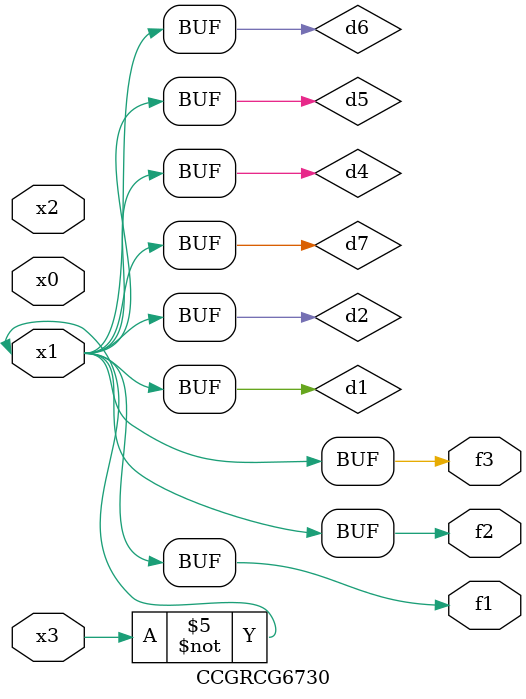
<source format=v>
module CCGRCG6730(
	input x0, x1, x2, x3,
	output f1, f2, f3
);

	wire d1, d2, d3, d4, d5, d6, d7;

	not (d1, x3);
	buf (d2, x1);
	xnor (d3, d1, d2);
	nor (d4, d1);
	buf (d5, d1, d2);
	buf (d6, d4, d5);
	nand (d7, d4);
	assign f1 = d6;
	assign f2 = d7;
	assign f3 = d6;
endmodule

</source>
